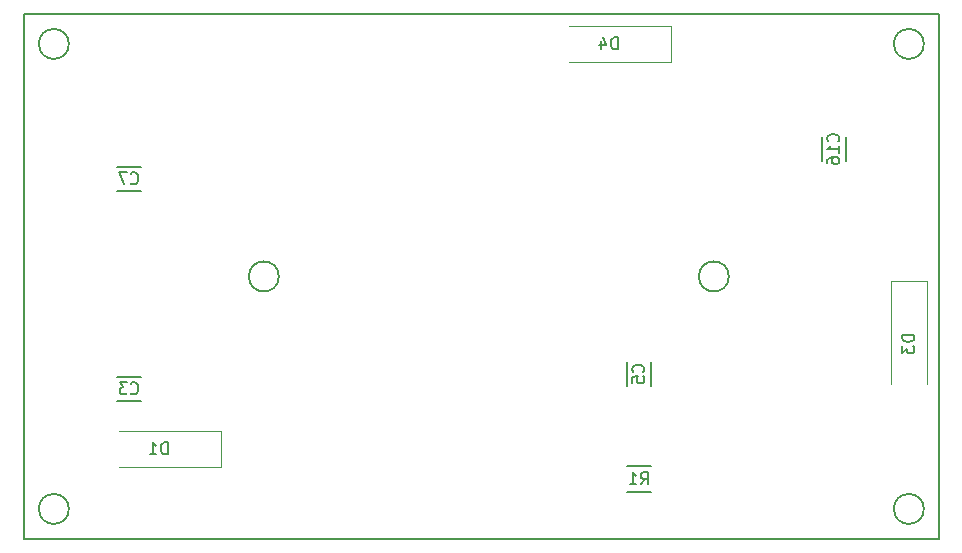
<source format=gbr>
%TF.GenerationSoftware,KiCad,Pcbnew,4.0.7*%
%TF.CreationDate,2018-04-11T16:25:57+03:00*%
%TF.ProjectId,radar_01,72616461725F30312E6B696361645F70,rev?*%
%TF.FileFunction,Legend,Bot*%
%FSLAX46Y46*%
G04 Gerber Fmt 4.6, Leading zero omitted, Abs format (unit mm)*
G04 Created by KiCad (PCBNEW 4.0.7) date 04/11/18 16:25:57*
%MOMM*%
%LPD*%
G01*
G04 APERTURE LIST*
%ADD10C,0.100000*%
%ADD11C,0.150000*%
%ADD12C,0.120000*%
G04 APERTURE END LIST*
D10*
D11*
X152400000Y-54610000D02*
X227330000Y-54610000D01*
X227330000Y-99060000D02*
X152400000Y-99060000D01*
X152400000Y-99060000D02*
X152400000Y-54610000D01*
X229870000Y-99060000D02*
X227330000Y-99060000D01*
X229870000Y-54610000D02*
X229870000Y-99060000D01*
X227330000Y-54610000D02*
X229870000Y-54610000D01*
X173990000Y-76835000D02*
G75*
G03X173990000Y-76835000I-1270000J0D01*
G01*
X212090000Y-76835000D02*
G75*
G03X212090000Y-76835000I-1270000J0D01*
G01*
X156210000Y-96520000D02*
G75*
G03X156210000Y-96520000I-1270000J0D01*
G01*
X156210000Y-57150000D02*
G75*
G03X156210000Y-57150000I-1270000J0D01*
G01*
X228600000Y-96520000D02*
G75*
G03X228600000Y-96520000I-1270000J0D01*
G01*
X228600000Y-57150000D02*
G75*
G03X228600000Y-57150000I-1270000J0D01*
G01*
X160290000Y-85335000D02*
X162290000Y-85335000D01*
X162290000Y-87385000D02*
X160290000Y-87385000D01*
X205495000Y-84090000D02*
X205495000Y-86090000D01*
X203445000Y-86090000D02*
X203445000Y-84090000D01*
X160290000Y-67555000D02*
X162290000Y-67555000D01*
X162290000Y-69605000D02*
X160290000Y-69605000D01*
X222005000Y-65040000D02*
X222005000Y-67040000D01*
X219955000Y-67040000D02*
X219955000Y-65040000D01*
X203470000Y-95055000D02*
X205470000Y-95055000D01*
X205470000Y-92905000D02*
X203470000Y-92905000D01*
D12*
X160430000Y-89940000D02*
X169130000Y-89940000D01*
X169130000Y-89940000D02*
X169130000Y-92940000D01*
X169130000Y-92940000D02*
X160430000Y-92940000D01*
X225830000Y-85950000D02*
X225830000Y-77250000D01*
X225830000Y-77250000D02*
X228830000Y-77250000D01*
X228830000Y-77250000D02*
X228830000Y-85950000D01*
X198530000Y-55650000D02*
X207230000Y-55650000D01*
X207230000Y-55650000D02*
X207230000Y-58650000D01*
X207230000Y-58650000D02*
X198530000Y-58650000D01*
D11*
X161456666Y-86717143D02*
X161504285Y-86764762D01*
X161647142Y-86812381D01*
X161742380Y-86812381D01*
X161885238Y-86764762D01*
X161980476Y-86669524D01*
X162028095Y-86574286D01*
X162075714Y-86383810D01*
X162075714Y-86240952D01*
X162028095Y-86050476D01*
X161980476Y-85955238D01*
X161885238Y-85860000D01*
X161742380Y-85812381D01*
X161647142Y-85812381D01*
X161504285Y-85860000D01*
X161456666Y-85907619D01*
X161123333Y-85812381D02*
X160504285Y-85812381D01*
X160837619Y-86193333D01*
X160694761Y-86193333D01*
X160599523Y-86240952D01*
X160551904Y-86288571D01*
X160504285Y-86383810D01*
X160504285Y-86621905D01*
X160551904Y-86717143D01*
X160599523Y-86764762D01*
X160694761Y-86812381D01*
X160980476Y-86812381D01*
X161075714Y-86764762D01*
X161123333Y-86717143D01*
X204827143Y-84923334D02*
X204874762Y-84875715D01*
X204922381Y-84732858D01*
X204922381Y-84637620D01*
X204874762Y-84494762D01*
X204779524Y-84399524D01*
X204684286Y-84351905D01*
X204493810Y-84304286D01*
X204350952Y-84304286D01*
X204160476Y-84351905D01*
X204065238Y-84399524D01*
X203970000Y-84494762D01*
X203922381Y-84637620D01*
X203922381Y-84732858D01*
X203970000Y-84875715D01*
X204017619Y-84923334D01*
X203922381Y-85828096D02*
X203922381Y-85351905D01*
X204398571Y-85304286D01*
X204350952Y-85351905D01*
X204303333Y-85447143D01*
X204303333Y-85685239D01*
X204350952Y-85780477D01*
X204398571Y-85828096D01*
X204493810Y-85875715D01*
X204731905Y-85875715D01*
X204827143Y-85828096D01*
X204874762Y-85780477D01*
X204922381Y-85685239D01*
X204922381Y-85447143D01*
X204874762Y-85351905D01*
X204827143Y-85304286D01*
X161456666Y-68937143D02*
X161504285Y-68984762D01*
X161647142Y-69032381D01*
X161742380Y-69032381D01*
X161885238Y-68984762D01*
X161980476Y-68889524D01*
X162028095Y-68794286D01*
X162075714Y-68603810D01*
X162075714Y-68460952D01*
X162028095Y-68270476D01*
X161980476Y-68175238D01*
X161885238Y-68080000D01*
X161742380Y-68032381D01*
X161647142Y-68032381D01*
X161504285Y-68080000D01*
X161456666Y-68127619D01*
X161123333Y-68032381D02*
X160456666Y-68032381D01*
X160885238Y-69032381D01*
X221337143Y-65397143D02*
X221384762Y-65349524D01*
X221432381Y-65206667D01*
X221432381Y-65111429D01*
X221384762Y-64968571D01*
X221289524Y-64873333D01*
X221194286Y-64825714D01*
X221003810Y-64778095D01*
X220860952Y-64778095D01*
X220670476Y-64825714D01*
X220575238Y-64873333D01*
X220480000Y-64968571D01*
X220432381Y-65111429D01*
X220432381Y-65206667D01*
X220480000Y-65349524D01*
X220527619Y-65397143D01*
X221432381Y-66349524D02*
X221432381Y-65778095D01*
X221432381Y-66063809D02*
X220432381Y-66063809D01*
X220575238Y-65968571D01*
X220670476Y-65873333D01*
X220718095Y-65778095D01*
X220432381Y-67206667D02*
X220432381Y-67016190D01*
X220480000Y-66920952D01*
X220527619Y-66873333D01*
X220670476Y-66778095D01*
X220860952Y-66730476D01*
X221241905Y-66730476D01*
X221337143Y-66778095D01*
X221384762Y-66825714D01*
X221432381Y-66920952D01*
X221432381Y-67111429D01*
X221384762Y-67206667D01*
X221337143Y-67254286D01*
X221241905Y-67301905D01*
X221003810Y-67301905D01*
X220908571Y-67254286D01*
X220860952Y-67206667D01*
X220813333Y-67111429D01*
X220813333Y-66920952D01*
X220860952Y-66825714D01*
X220908571Y-66778095D01*
X221003810Y-66730476D01*
X204636666Y-94432381D02*
X204970000Y-93956190D01*
X205208095Y-94432381D02*
X205208095Y-93432381D01*
X204827142Y-93432381D01*
X204731904Y-93480000D01*
X204684285Y-93527619D01*
X204636666Y-93622857D01*
X204636666Y-93765714D01*
X204684285Y-93860952D01*
X204731904Y-93908571D01*
X204827142Y-93956190D01*
X205208095Y-93956190D01*
X203684285Y-94432381D02*
X204255714Y-94432381D01*
X203970000Y-94432381D02*
X203970000Y-93432381D01*
X204065238Y-93575238D01*
X204160476Y-93670476D01*
X204255714Y-93718095D01*
X164568095Y-91892381D02*
X164568095Y-90892381D01*
X164330000Y-90892381D01*
X164187142Y-90940000D01*
X164091904Y-91035238D01*
X164044285Y-91130476D01*
X163996666Y-91320952D01*
X163996666Y-91463810D01*
X164044285Y-91654286D01*
X164091904Y-91749524D01*
X164187142Y-91844762D01*
X164330000Y-91892381D01*
X164568095Y-91892381D01*
X163044285Y-91892381D02*
X163615714Y-91892381D01*
X163330000Y-91892381D02*
X163330000Y-90892381D01*
X163425238Y-91035238D01*
X163520476Y-91130476D01*
X163615714Y-91178095D01*
X227782381Y-81811905D02*
X226782381Y-81811905D01*
X226782381Y-82050000D01*
X226830000Y-82192858D01*
X226925238Y-82288096D01*
X227020476Y-82335715D01*
X227210952Y-82383334D01*
X227353810Y-82383334D01*
X227544286Y-82335715D01*
X227639524Y-82288096D01*
X227734762Y-82192858D01*
X227782381Y-82050000D01*
X227782381Y-81811905D01*
X226782381Y-82716667D02*
X226782381Y-83335715D01*
X227163333Y-83002381D01*
X227163333Y-83145239D01*
X227210952Y-83240477D01*
X227258571Y-83288096D01*
X227353810Y-83335715D01*
X227591905Y-83335715D01*
X227687143Y-83288096D01*
X227734762Y-83240477D01*
X227782381Y-83145239D01*
X227782381Y-82859524D01*
X227734762Y-82764286D01*
X227687143Y-82716667D01*
X202668095Y-57602381D02*
X202668095Y-56602381D01*
X202430000Y-56602381D01*
X202287142Y-56650000D01*
X202191904Y-56745238D01*
X202144285Y-56840476D01*
X202096666Y-57030952D01*
X202096666Y-57173810D01*
X202144285Y-57364286D01*
X202191904Y-57459524D01*
X202287142Y-57554762D01*
X202430000Y-57602381D01*
X202668095Y-57602381D01*
X201239523Y-56935714D02*
X201239523Y-57602381D01*
X201477619Y-56554762D02*
X201715714Y-57269048D01*
X201096666Y-57269048D01*
M02*

</source>
